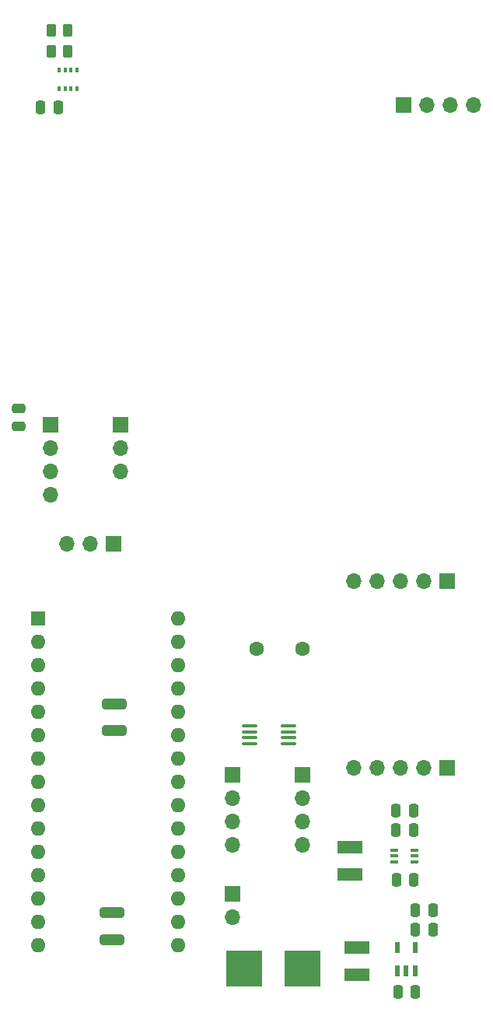
<source format=gts>
G04 #@! TF.GenerationSoftware,KiCad,Pcbnew,7.0.7*
G04 #@! TF.CreationDate,2024-01-04T23:51:07+01:00*
G04 #@! TF.ProjectId,ExternalPCB,45787465-726e-4616-9c50-43422e6b6963,A*
G04 #@! TF.SameCoordinates,Original*
G04 #@! TF.FileFunction,Soldermask,Top*
G04 #@! TF.FilePolarity,Negative*
%FSLAX46Y46*%
G04 Gerber Fmt 4.6, Leading zero omitted, Abs format (unit mm)*
G04 Created by KiCad (PCBNEW 7.0.7) date 2024-01-04 23:51:07*
%MOMM*%
%LPD*%
G01*
G04 APERTURE LIST*
G04 Aperture macros list*
%AMRoundRect*
0 Rectangle with rounded corners*
0 $1 Rounding radius*
0 $2 $3 $4 $5 $6 $7 $8 $9 X,Y pos of 4 corners*
0 Add a 4 corners polygon primitive as box body*
4,1,4,$2,$3,$4,$5,$6,$7,$8,$9,$2,$3,0*
0 Add four circle primitives for the rounded corners*
1,1,$1+$1,$2,$3*
1,1,$1+$1,$4,$5*
1,1,$1+$1,$6,$7*
1,1,$1+$1,$8,$9*
0 Add four rect primitives between the rounded corners*
20,1,$1+$1,$2,$3,$4,$5,0*
20,1,$1+$1,$4,$5,$6,$7,0*
20,1,$1+$1,$6,$7,$8,$9,0*
20,1,$1+$1,$8,$9,$2,$3,0*%
G04 Aperture macros list end*
%ADD10R,0.600000X1.200000*%
%ADD11R,2.700000X1.450000*%
%ADD12R,1.700000X1.700000*%
%ADD13O,1.700000X1.700000*%
%ADD14RoundRect,0.250000X-1.075000X0.312500X-1.075000X-0.312500X1.075000X-0.312500X1.075000X0.312500X0*%
%ADD15RoundRect,0.250000X-0.250000X-0.475000X0.250000X-0.475000X0.250000X0.475000X-0.250000X0.475000X0*%
%ADD16RoundRect,0.250000X1.075000X-0.312500X1.075000X0.312500X-1.075000X0.312500X-1.075000X-0.312500X0*%
%ADD17R,4.000000X4.000000*%
%ADD18RoundRect,0.100000X-0.712500X-0.100000X0.712500X-0.100000X0.712500X0.100000X-0.712500X0.100000X0*%
%ADD19R,0.900000X0.400000*%
%ADD20R,1.600000X1.600000*%
%ADD21O,1.600000X1.600000*%
%ADD22RoundRect,0.250000X-0.262500X-0.450000X0.262500X-0.450000X0.262500X0.450000X-0.262500X0.450000X0*%
%ADD23R,0.350000X0.500000*%
%ADD24RoundRect,0.250000X0.475000X-0.250000X0.475000X0.250000X-0.475000X0.250000X-0.475000X-0.250000X0*%
%ADD25C,1.600000*%
%ADD26RoundRect,0.250000X0.250000X0.475000X-0.250000X0.475000X-0.250000X-0.475000X0.250000X-0.475000X0*%
G04 APERTURE END LIST*
D10*
X90556000Y-146010000D03*
X91506000Y-146010000D03*
X92456000Y-146010000D03*
X92456000Y-143510000D03*
X90556000Y-143510000D03*
D11*
X86106000Y-146460000D03*
X86106000Y-143510000D03*
X85344000Y-135538000D03*
X85344000Y-132588000D03*
D12*
X91186000Y-51816000D03*
D13*
X93726000Y-51816000D03*
X96266000Y-51816000D03*
X98806000Y-51816000D03*
D14*
X59436000Y-139700000D03*
X59436000Y-142625000D03*
D12*
X52752000Y-86614000D03*
D13*
X52752000Y-89154000D03*
X52752000Y-91694000D03*
X52752000Y-94234000D03*
D12*
X80184000Y-124714000D03*
D13*
X80184000Y-127254000D03*
X80184000Y-129794000D03*
X80184000Y-132334000D03*
D15*
X90626000Y-148336000D03*
X92526000Y-148336000D03*
D16*
X59690000Y-119888000D03*
X59690000Y-116963000D03*
D17*
X80209400Y-145770600D03*
D12*
X72564000Y-124714000D03*
D13*
X72564000Y-127254000D03*
X72564000Y-129794000D03*
X72564000Y-132334000D03*
D18*
X74435000Y-119380000D03*
X74435000Y-120030000D03*
X74435000Y-120680000D03*
X74435000Y-121330000D03*
X78660000Y-121330000D03*
X78660000Y-120680000D03*
X78660000Y-120030000D03*
X78660000Y-119380000D03*
D19*
X92414200Y-134188200D03*
X92414200Y-133538200D03*
X92414200Y-132888200D03*
X90214200Y-132888200D03*
X90214200Y-133538200D03*
X90214200Y-134188200D03*
D20*
X51456600Y-107670600D03*
D21*
X51456600Y-110210600D03*
X51456600Y-112750600D03*
X51456600Y-115290600D03*
X51456600Y-117830600D03*
X51456600Y-120370600D03*
X51456600Y-122910600D03*
X51456600Y-125450600D03*
X51456600Y-127990600D03*
X51456600Y-130530600D03*
X51456600Y-133070600D03*
X51456600Y-135610600D03*
X51456600Y-138150600D03*
X51456600Y-140690600D03*
X51456600Y-143230600D03*
X66696600Y-143230600D03*
X66696600Y-140690600D03*
X66696600Y-138150600D03*
X66696600Y-135610600D03*
X66696600Y-133070600D03*
X66696600Y-130530600D03*
X66696600Y-127990600D03*
X66696600Y-125450600D03*
X66696600Y-122910600D03*
X66696600Y-120370600D03*
X66696600Y-117830600D03*
X66696600Y-115290600D03*
X66696600Y-112750600D03*
X66696600Y-110210600D03*
X66696600Y-107670600D03*
D12*
X59595000Y-99568000D03*
D13*
X57055000Y-99568000D03*
X54515000Y-99568000D03*
D15*
X90450600Y-136118600D03*
X92350600Y-136118600D03*
X90379400Y-130708400D03*
X92279400Y-130708400D03*
D17*
X73859400Y-145796000D03*
D12*
X95927000Y-103632000D03*
D13*
X93387000Y-103632000D03*
X90847000Y-103632000D03*
X88307000Y-103632000D03*
X85767000Y-103632000D03*
D15*
X92522000Y-141572400D03*
X94422000Y-141572400D03*
D12*
X60372000Y-86614000D03*
D13*
X60372000Y-89154000D03*
X60372000Y-91694000D03*
D22*
X52851000Y-43688000D03*
X54676000Y-43688000D03*
D12*
X95932000Y-123952000D03*
D13*
X93392000Y-123952000D03*
X90852000Y-123952000D03*
X88312000Y-123952000D03*
X85772000Y-123952000D03*
D22*
X52851000Y-45974000D03*
X54676000Y-45974000D03*
D23*
X53701000Y-47997000D03*
X54351000Y-47997000D03*
X55001000Y-47997000D03*
X55651000Y-47997000D03*
X55651000Y-50047000D03*
X55001000Y-50047000D03*
X54351000Y-50047000D03*
X53701000Y-50047000D03*
D15*
X92522000Y-139438800D03*
X94422000Y-139438800D03*
D24*
X49276000Y-86736000D03*
X49276000Y-84836000D03*
D25*
X80184000Y-110998000D03*
X75184000Y-110998000D03*
D15*
X90394600Y-128574800D03*
X92294600Y-128574800D03*
D12*
X72564000Y-137668000D03*
D13*
X72564000Y-140208000D03*
D26*
X53594000Y-52070000D03*
X51694000Y-52070000D03*
M02*

</source>
